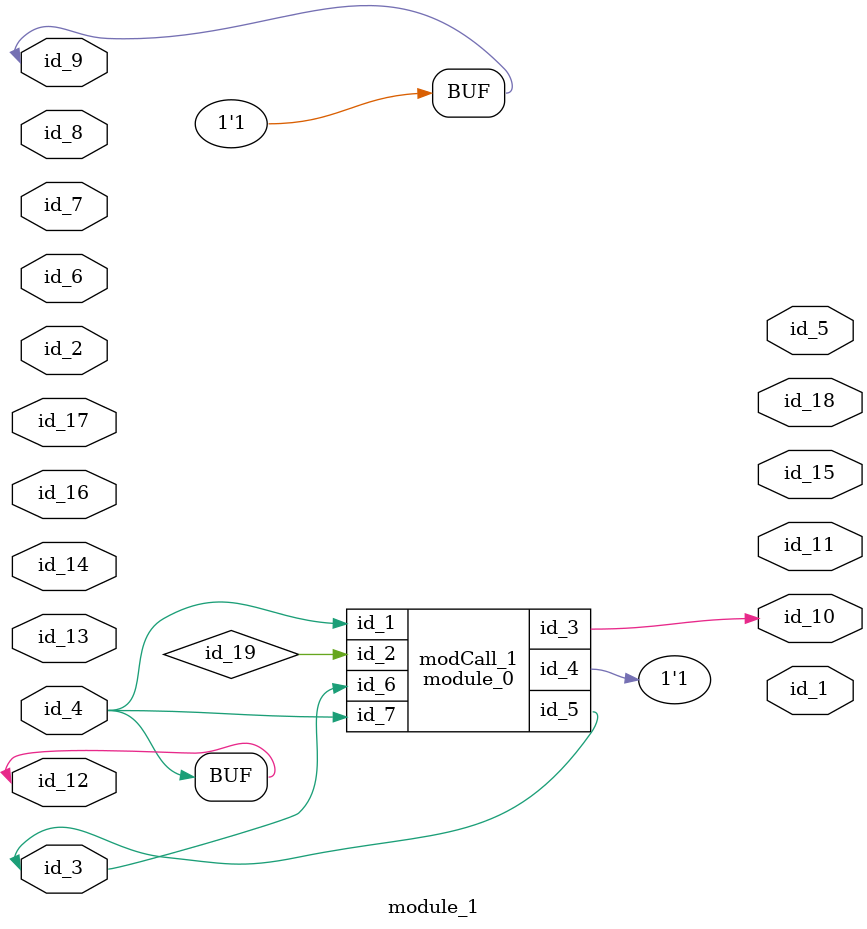
<source format=v>
module module_0 (
    id_1,
    id_2,
    id_3,
    id_4,
    id_5,
    id_6,
    id_7
);
  input wire id_7;
  input wire id_6;
  inout wire id_5;
  inout wire id_4;
  output wire id_3;
  input wire id_2;
  input wire id_1;
  assign id_5 = $realtime;
  assign module_1.id_9 = 0;
endmodule
module module_1 (
    id_1,
    id_2,
    id_3,
    id_4,
    id_5,
    id_6,
    id_7,
    id_8,
    id_9,
    id_10,
    id_11,
    id_12,
    id_13,
    id_14,
    id_15,
    id_16,
    id_17,
    id_18
);
  output wire id_18;
  input wire id_17;
  input wire id_16;
  output wire id_15;
  input wire id_14;
  input wire id_13;
  inout wire id_12;
  output wire id_11;
  output wire id_10;
  inout wire id_9;
  input wire id_8;
  inout wire id_7;
  input wire id_6;
  output wire id_5;
  input wire id_4;
  inout wire id_3;
  input wire id_2;
  output wire id_1;
  wire id_19;
  assign id_9  = -1;
  assign id_12 = id_4;
  module_0 modCall_1 (
      id_4,
      id_19,
      id_10,
      id_9,
      id_3,
      id_3,
      id_4
  );
  wire id_20;
endmodule

</source>
